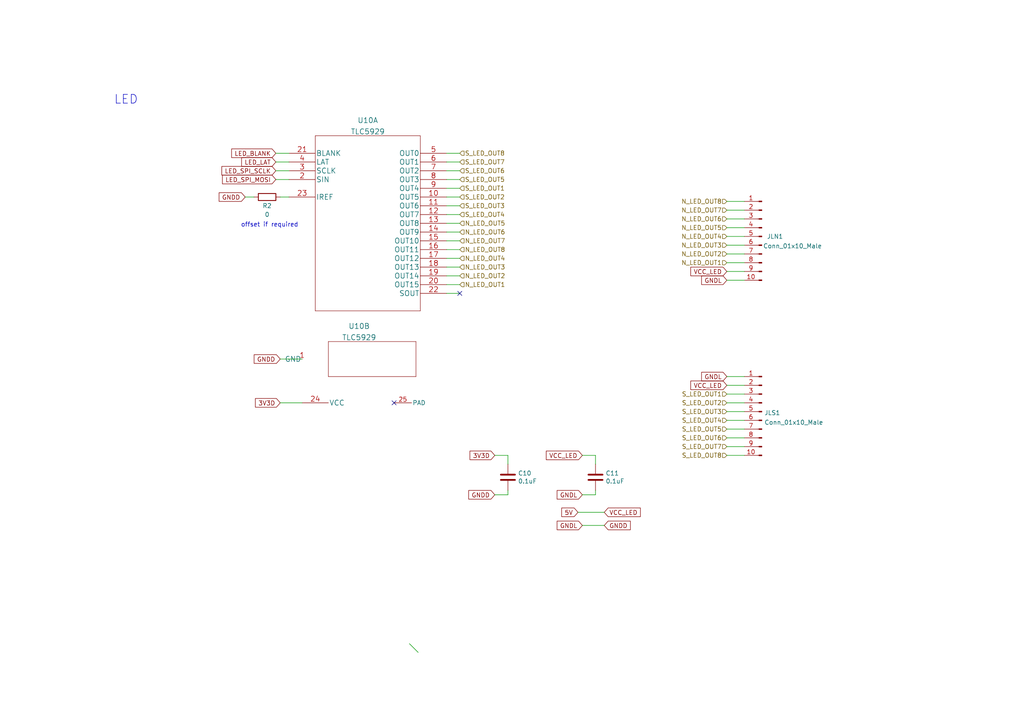
<source format=kicad_sch>
(kicad_sch (version 20211123) (generator eeschema)
  (paper "A4")
  (lib_symbols
    (symbol "Connector:Conn_01x10_Male" (pin_names (offset 1.016) hide)
      (property "Reference" "J" (at 0 12.7 0))
      (property "Value" "Conn_01x10_Male" (at 0 -15.24 0))
      (symbol "Conn_01x10_Male_1_1"
        (polyline (pts (xy 1.27 -12.7) (xy 0.8636 -12.7)) (stroke (width 0.1524)))
        (polyline (pts (xy 1.27 -10.16) (xy 0.8636 -10.16)) (stroke (width 0.1524)))
        (polyline (pts (xy 1.27 -7.62) (xy 0.8636 -7.62)) (stroke (width 0.1524)))
        (polyline (pts (xy 1.27 -5.08) (xy 0.8636 -5.08)) (stroke (width 0.1524)))
        (polyline (pts (xy 1.27 -2.54) (xy 0.8636 -2.54)) (stroke (width 0.1524)))
        (polyline (pts (xy 1.27 0) (xy 0.8636 0)) (stroke (width 0.1524)))
        (polyline (pts (xy 1.27 2.54) (xy 0.8636 2.54)) (stroke (width 0.1524)))
        (polyline (pts (xy 1.27 5.08) (xy 0.8636 5.08)) (stroke (width 0.1524)))
        (polyline (pts (xy 1.27 7.62) (xy 0.8636 7.62)) (stroke (width 0.1524)))
        (polyline (pts (xy 1.27 10.16) (xy 0.8636 10.16)) (stroke (width 0.1524)))
        (rectangle (start 0.8636 -12.573) (end 0 -12.827) (stroke (width 0.1524)) (fill (type outline)))
        (rectangle (start 0.8636 -10.033) (end 0 -10.287) (stroke (width 0.1524)) (fill (type outline)))
        (rectangle (start 0.8636 -7.493) (end 0 -7.747) (stroke (width 0.1524)) (fill (type outline)))
        (rectangle (start 0.8636 -4.953) (end 0 -5.207) (stroke (width 0.1524)) (fill (type outline)))
        (rectangle (start 0.8636 -2.413) (end 0 -2.667) (stroke (width 0.1524)) (fill (type outline)))
        (rectangle (start 0.8636 0.127) (end 0 -0.127) (stroke (width 0.1524)) (fill (type outline)))
        (rectangle (start 0.8636 2.667) (end 0 2.413) (stroke (width 0.1524)) (fill (type outline)))
        (rectangle (start 0.8636 5.207) (end 0 4.953) (stroke (width 0.1524)) (fill (type outline)))
        (rectangle (start 0.8636 7.747) (end 0 7.493) (stroke (width 0.1524)) (fill (type outline)))
        (rectangle (start 0.8636 10.287) (end 0 10.033) (stroke (width 0.1524)) (fill (type outline)))
        (pin passive line (at 5.08 10.16 180) (length 3.81) (name "Pin_1") (number "1"))
        (pin passive line (at 5.08 -12.7 180) (length 3.81) (name "Pin_10") (number "10"))
        (pin passive line (at 5.08 7.62 180) (length 3.81) (name "Pin_2") (number "2"))
        (pin passive line (at 5.08 5.08 180) (length 3.81) (name "Pin_3") (number "3"))
        (pin passive line (at 5.08 2.54 180) (length 3.81) (name "Pin_4") (number "4"))
        (pin passive line (at 5.08 0 180) (length 3.81) (name "Pin_5") (number "5"))
        (pin passive line (at 5.08 -2.54 180) (length 3.81) (name "Pin_6") (number "6"))
        (pin passive line (at 5.08 -5.08 180) (length 3.81) (name "Pin_7") (number "7"))
        (pin passive line (at 5.08 -7.62 180) (length 3.81) (name "Pin_8") (number "8"))
        (pin passive line (at 5.08 -10.16 180) (length 3.81) (name "Pin_9") (number "9"))
      )
    )
    (symbol "Device:C" (pin_numbers hide) (pin_names (offset 0.254))
      (property "Reference" "C" (at 0.635 2.54 0))
      (property "Value" "C" (at 0.635 -2.54 0))
      (symbol "C_0_1"
        (polyline (pts (xy -2.032 -0.762) (xy 2.032 -0.762)) (stroke (width 0.508)))
        (polyline (pts (xy -2.032 0.762) (xy 2.032 0.762)) (stroke (width 0.508)))
      )
      (symbol "C_1_1"
        (pin passive line (at 0 3.81 270) (length 2.794) (name "~") (number "1"))
        (pin passive line (at 0 -3.81 90) (length 2.794) (name "~") (number "2"))
      )
    )
    (symbol "Device:R" (pin_numbers hide) (pin_names (offset 0))
      (property "Reference" "R" (at 2.032 0 90))
      (property "Value" "R" (at 0 0 90))
      (symbol "R_0_1"
        (rectangle (start -1.016 -2.54) (end 1.016 2.54) (stroke (width 0.254)))
      )
      (symbol "R_1_1"
        (pin passive line (at 0 3.81 270) (length 1.27) (name "~") (number "1"))
        (pin passive line (at 0 -3.81 90) (length 1.27) (name "~") (number "2"))
      )
    )
    (symbol "Ninja-qPCR:TLC5929" (pin_names (offset 0.254))
      (property "Reference" "U" (at 22.86 10.16 0))
      (property "Value" "TLC5929" (at 22.86 7.62 0))
      (symbol "TLC5929_1_1"
        (polyline (pts (xy 7.62 -45.72) (xy 38.1 -45.72)) (stroke (width 0.127)))
        (polyline (pts (xy 7.62 5.08) (xy 7.62 -45.72)) (stroke (width 0.127)))
        (polyline (pts (xy 38.1 -45.72) (xy 38.1 5.08)) (stroke (width 0.127)))
        (polyline (pts (xy 38.1 5.08) (xy 7.62 5.08)) (stroke (width 0.127)))
        (pin output line (at 45.72 -12.7 180) (length 7.62) (name "OUT5") (number "10"))
        (pin output line (at 45.72 -15.24 180) (length 7.62) (name "OUT6") (number "11"))
        (pin output line (at 45.72 -17.78 180) (length 7.62) (name "OUT7") (number "12"))
        (pin output line (at 45.72 -20.32 180) (length 7.62) (name "OUT8") (number "13"))
        (pin output line (at 45.72 -22.86 180) (length 7.62) (name "OUT9") (number "14"))
        (pin output line (at 45.72 -25.4 180) (length 7.62) (name "OUT10") (number "15"))
        (pin output line (at 45.72 -27.94 180) (length 7.62) (name "OUT11") (number "16"))
        (pin output line (at 45.72 -30.48 180) (length 7.62) (name "OUT12") (number "17"))
        (pin output line (at 45.72 -33.02 180) (length 7.62) (name "OUT13") (number "18"))
        (pin output line (at 45.72 -35.56 180) (length 7.62) (name "OUT14") (number "19"))
        (pin input line (at 0 -7.62 0) (length 7.62) (name "SIN") (number "2"))
        (pin output line (at 45.72 -38.1 180) (length 7.62) (name "OUT15") (number "20"))
        (pin input line (at 0 0 0) (length 7.62) (name "BLANK") (number "21"))
        (pin output line (at 45.72 -40.64 180) (length 7.62) (name "SOUT") (number "22"))
        (pin bidirectional line (at 0 -12.7 0) (length 7.62) (name "IREF") (number "23"))
        (pin input line (at 0 -5.08 0) (length 7.62) (name "SCLK") (number "3"))
        (pin input line (at 0 -2.54 0) (length 7.62) (name "LAT") (number "4"))
        (pin output line (at 45.72 0 180) (length 7.62) (name "OUT0") (number "5"))
        (pin output line (at 45.72 -2.54 180) (length 7.62) (name "OUT1") (number "6"))
        (pin output line (at 45.72 -5.08 180) (length 7.62) (name "OUT2") (number "7"))
        (pin output line (at 45.72 -7.62 180) (length 7.62) (name "OUT3") (number "8"))
        (pin output line (at 45.72 -10.16 180) (length 7.62) (name "OUT4") (number "9"))
      )
      (symbol "TLC5929_2_1"
        (polyline (pts (xy 7.62 -5.08) (xy 33.02 -5.08)) (stroke (width 0.127)))
        (polyline (pts (xy 7.62 5.08) (xy 7.62 -5.08)) (stroke (width 0.127)))
        (polyline (pts (xy 33.02 -5.08) (xy 33.02 5.08)) (stroke (width 0.127)))
        (polyline (pts (xy 33.02 5.08) (xy 7.62 5.08)) (stroke (width 0.127)))
        (pin power_in line (at 0 0 180) (length 0) (name "GND") (number "1"))
        (pin power_in line (at 0 -12.7 0) (length 7.62) (name "VCC") (number "24"))
      )
    )
    (symbol "TLC5929_1" (pin_names (offset 0.254))
      (property "Reference" "U" (at 22.86 10.16 0))
      (property "Value" "TLC5929_1" (at 22.86 7.62 0))
      (symbol "TLC5929_1_1_1"
        (polyline (pts (xy 7.62 -45.72) (xy 38.1 -45.72)) (stroke (width 0.127)))
        (polyline (pts (xy 7.62 5.08) (xy 7.62 -45.72)) (stroke (width 0.127)))
        (polyline (pts (xy 38.1 -45.72) (xy 38.1 5.08)) (stroke (width 0.127)))
        (polyline (pts (xy 38.1 5.08) (xy 7.62 5.08)) (stroke (width 0.127)))
        (pin output line (at 45.72 -12.7 180) (length 7.62) (name "OUT5") (number "10"))
        (pin output line (at 45.72 -15.24 180) (length 7.62) (name "OUT6") (number "11"))
        (pin output line (at 45.72 -17.78 180) (length 7.62) (name "OUT7") (number "12"))
        (pin output line (at 45.72 -20.32 180) (length 7.62) (name "OUT8") (number "13"))
        (pin output line (at 45.72 -22.86 180) (length 7.62) (name "OUT9") (number "14"))
        (pin output line (at 45.72 -25.4 180) (length 7.62) (name "OUT10") (number "15"))
        (pin output line (at 45.72 -27.94 180) (length 7.62) (name "OUT11") (number "16"))
        (pin output line (at 45.72 -30.48 180) (length 7.62) (name "OUT12") (number "17"))
        (pin output line (at 45.72 -33.02 180) (length 7.62) (name "OUT13") (number "18"))
        (pin output line (at 45.72 -35.56 180) (length 7.62) (name "OUT14") (number "19"))
        (pin input line (at 0 -7.62 0) (length 7.62) (name "SIN") (number "2"))
        (pin output line (at 45.72 -38.1 180) (length 7.62) (name "OUT15") (number "20"))
        (pin input line (at 0 0 0) (length 7.62) (name "BLANK") (number "21"))
        (pin output line (at 45.72 -40.64 180) (length 7.62) (name "SOUT") (number "22"))
        (pin bidirectional line (at 0 -12.7 0) (length 7.62) (name "IREF") (number "23"))
        (pin input line (at 26.67 -12.7 0) (length 5.08) (name "PAD") (number "25-UA"))
        (pin input line (at 0 -5.08 0) (length 7.62) (name "SCLK") (number "3"))
        (pin input line (at 0 -2.54 0) (length 7.62) (name "LAT") (number "4"))
        (pin output line (at 45.72 0 180) (length 7.62) (name "OUT0") (number "5"))
        (pin output line (at 45.72 -2.54 180) (length 7.62) (name "OUT1") (number "6"))
        (pin output line (at 45.72 -5.08 180) (length 7.62) (name "OUT2") (number "7"))
        (pin output line (at 45.72 -7.62 180) (length 7.62) (name "OUT3") (number "8"))
        (pin output line (at 45.72 -10.16 180) (length 7.62) (name "OUT4") (number "9"))
      )
      (symbol "TLC5929_1_2_1"
        (polyline (pts (xy 7.62 -5.08) (xy 33.02 -5.08)) (stroke (width 0.127)))
        (polyline (pts (xy 7.62 5.08) (xy 7.62 -5.08)) (stroke (width 0.127)))
        (polyline (pts (xy 33.02 -5.08) (xy 33.02 5.08)) (stroke (width 0.127)))
        (polyline (pts (xy 33.02 5.08) (xy 7.62 5.08)) (stroke (width 0.127)))
        (pin power_in line (at 0 0 180) (length 0) (name "GND") (number "1"))
        (pin power_in line (at 0 -12.7 0) (length 7.62) (name "VCC") (number "24"))
        (pin input line (at 26.67 -12.7 0) (length 5.08) (name "PAD") (number "25"))
      )
    )
  )
  (no_connect (at 114.3 116.84))
  (no_connect (at 133.35 85.09))
  (bus_entry (at 118.745 186.69) (size 2.54 2.54))
  (wire (pts (xy 147.32 134.62) (xy 147.32 132.08)))
  (wire (pts (xy 129.54 64.77) (xy 133.35 64.77)))
  (wire (pts (xy 129.54 59.69) (xy 133.35 59.69)))
  (wire (pts (xy 215.9 121.92) (xy 210.82 121.92)))
  (wire (pts (xy 129.54 49.53) (xy 133.35 49.53)))
  (wire (pts (xy 168.91 152.4) (xy 175.26 152.4)))
  (wire (pts (xy 215.9 81.28) (xy 210.82 81.28)))
  (wire (pts (xy 129.54 54.61) (xy 133.35 54.61)))
  (wire (pts (xy 168.91 143.51) (xy 172.72 143.51)))
  (wire (pts (xy 81.28 116.84) (xy 87.63 116.84)))
  (wire (pts (xy 80.01 52.07) (xy 83.82 52.07)))
  (wire (pts (xy 215.9 111.76) (xy 210.82 111.76)))
  (wire (pts (xy 80.01 44.45) (xy 83.82 44.45)))
  (wire (pts (xy 215.9 73.66) (xy 210.82 73.66)))
  (wire (pts (xy 80.01 49.53) (xy 83.82 49.53)))
  (wire (pts (xy 215.9 124.46) (xy 210.82 124.46)))
  (wire (pts (xy 129.54 80.01) (xy 133.35 80.01)))
  (wire (pts (xy 147.32 143.51) (xy 147.32 142.24)))
  (wire (pts (xy 129.54 62.23) (xy 133.35 62.23)))
  (wire (pts (xy 215.9 78.74) (xy 210.82 78.74)))
  (wire (pts (xy 215.9 71.12) (xy 210.82 71.12)))
  (wire (pts (xy 129.54 69.85) (xy 133.35 69.85)))
  (wire (pts (xy 71.12 57.15) (xy 73.66 57.15)))
  (wire (pts (xy 215.9 119.38) (xy 210.82 119.38)))
  (wire (pts (xy 215.9 58.42) (xy 210.82 58.42)))
  (wire (pts (xy 215.9 60.96) (xy 210.82 60.96)))
  (wire (pts (xy 129.54 57.15) (xy 133.35 57.15)))
  (wire (pts (xy 143.51 143.51) (xy 147.32 143.51)))
  (wire (pts (xy 81.28 104.14) (xy 87.63 104.14)))
  (wire (pts (xy 129.54 44.45) (xy 133.35 44.45)))
  (wire (pts (xy 129.54 52.07) (xy 133.35 52.07)))
  (wire (pts (xy 129.54 74.93) (xy 133.35 74.93)))
  (wire (pts (xy 215.9 132.08) (xy 210.82 132.08)))
  (wire (pts (xy 215.9 109.22) (xy 210.82 109.22)))
  (wire (pts (xy 215.9 114.3) (xy 210.82 114.3)))
  (wire (pts (xy 168.91 132.08) (xy 172.72 132.08)))
  (wire (pts (xy 167.64 148.59) (xy 175.26 148.59)))
  (wire (pts (xy 129.54 46.99) (xy 133.35 46.99)))
  (wire (pts (xy 129.54 72.39) (xy 133.35 72.39)))
  (wire (pts (xy 215.9 116.84) (xy 210.82 116.84)))
  (wire (pts (xy 129.54 77.47) (xy 133.35 77.47)))
  (wire (pts (xy 83.82 57.15) (xy 81.28 57.15)))
  (wire (pts (xy 215.9 76.2) (xy 210.82 76.2)))
  (wire (pts (xy 215.9 129.54) (xy 210.82 129.54)))
  (wire (pts (xy 129.54 85.09) (xy 133.35 85.09)))
  (wire (pts (xy 147.32 132.08) (xy 143.51 132.08)))
  (wire (pts (xy 215.9 68.58) (xy 210.82 68.58)))
  (wire (pts (xy 172.72 143.51) (xy 172.72 142.24)))
  (wire (pts (xy 215.9 127) (xy 210.82 127)))
  (wire (pts (xy 129.54 67.31) (xy 133.35 67.31)))
  (wire (pts (xy 129.54 82.55) (xy 133.35 82.55)))
  (wire (pts (xy 215.9 66.04) (xy 210.82 66.04)))
  (wire (pts (xy 215.9 63.5) (xy 210.82 63.5)))
  (wire (pts (xy 172.72 132.08) (xy 172.72 134.62)))
  (wire (pts (xy 80.01 46.99) (xy 83.82 46.99)))
  (text "offset if required" (at 69.85 66.04 0) (effects (font (size 1.27 1.27)) (justify left bottom)))
  (text "LED" (at 33.02 30.48 0) (effects (font (size 2.54 2.54)) (justify left bottom)))
  (global_label "VCC_LED" (shape input) (at 168.91 132.08 180) (property "Intersheet References" "${INTERSHEET_REFS}" (effects hide)))
  (global_label "LED_BLANK" (shape input) (at 80.01 44.45 180) (property "Intersheet References" "${INTERSHEET_REFS}" (effects hide)))
  (global_label "GNDL" (shape input) (at 168.91 143.51 180) (property "Intersheet References" "${INTERSHEET_REFS}" (effects hide)))
  (global_label "VCC_LED" (shape input) (at 175.26 148.59 0) (property "Intersheet References" "${INTERSHEET_REFS}" (effects hide)))
  (global_label "GNDL" (shape input) (at 168.91 152.4 180) (property "Intersheet References" "${INTERSHEET_REFS}" (effects hide)))
  (global_label "LED_SPI_SCLK" (shape input) (at 80.01 49.53 180) (property "Intersheet References" "${INTERSHEET_REFS}" (effects hide)))
  (global_label "LED_SPI_MOSI" (shape input) (at 80.01 52.07 180) (property "Intersheet References" "${INTERSHEET_REFS}" (effects hide)))
  (global_label "GNDL" (shape input) (at 210.82 81.28 180) (property "Intersheet References" "${INTERSHEET_REFS}" (effects hide)))
  (global_label "GNDD" (shape input) (at 81.28 104.14 180) (property "Intersheet References" "${INTERSHEET_REFS}" (effects hide)))
  (global_label "5V" (shape input) (at 167.64 148.59 180) (property "Intersheet References" "${INTERSHEET_REFS}" (effects hide)))
  (global_label "GNDD" (shape input) (at 175.26 152.4 0) (property "Intersheet References" "${INTERSHEET_REFS}" (effects hide)))
  (global_label "GNDD" (shape input) (at 143.51 143.51 180) (property "Intersheet References" "${INTERSHEET_REFS}" (effects hide)))
  (global_label "3V3D" (shape input) (at 143.51 132.08 180) (property "Intersheet References" "${INTERSHEET_REFS}" (effects hide)))
  (global_label "VCC_LED" (shape input) (at 210.82 78.74 180) (property "Intersheet References" "${INTERSHEET_REFS}" (effects hide)))
  (global_label "LED_LAT" (shape input) (at 80.01 46.99 180) (property "Intersheet References" "${INTERSHEET_REFS}" (effects hide)))
  (global_label "GNDL" (shape input) (at 210.82 109.22 180) (property "Intersheet References" "${INTERSHEET_REFS}" (effects hide)))
  (global_label "GNDD" (shape input) (at 71.12 57.15 180) (property "Intersheet References" "${INTERSHEET_REFS}" (effects hide)))
  (global_label "3V3D" (shape input) (at 81.28 116.84 180) (property "Intersheet References" "${INTERSHEET_REFS}" (effects hide)))
  (global_label "VCC_LED" (shape input) (at 210.82 111.76 180) (property "Intersheet References" "${INTERSHEET_REFS}" (effects hide)))
  (hierarchical_label "N_LED_OUT1" (shape input) (at 133.35 82.55 0))
  (hierarchical_label "S_LED_OUT1" (shape input) (at 133.35 54.61 0))
  (hierarchical_label "N_LED_OUT8" (shape input) (at 210.82 58.42 180))
  (hierarchical_label "S_LED_OUT2" (shape input) (at 133.35 57.15 0))
  (hierarchical_label "S_LED_OUT5" (shape input) (at 210.82 124.46 180))
  (hierarchical_label "S_LED_OUT8" (shape input) (at 133.35 44.45 0))
  (hierarchical_label "N_LED_OUT2" (shape input) (at 210.82 73.66 180))
  (hierarchical_label "S_LED_OUT6" (shape input) (at 210.82 127 180))
  (hierarchical_label "N_LED_OUT5" (shape input) (at 210.82 66.04 180))
  (hierarchical_label "N_LED_OUT8" (shape input) (at 133.35 72.39 0))
  (hierarchical_label "N_LED_OUT2" (shape input) (at 133.35 80.01 0))
  (hierarchical_label "S_LED_OUT3" (shape input) (at 210.82 119.38 180))
  (hierarchical_label "N_LED_OUT3" (shape input) (at 133.35 77.47 0))
  (hierarchical_label "S_LED_OUT7" (shape input) (at 210.82 129.54 180))
  (hierarchical_label "N_LED_OUT6" (shape input) (at 210.82 63.5 180))
  (hierarchical_label "S_LED_OUT1" (shape input) (at 210.82 114.3 180))
  (hierarchical_label "S_LED_OUT4" (shape input) (at 210.82 121.92 180))
  (hierarchical_label "N_LED_OUT3" (shape input) (at 210.82 71.12 180))
  (hierarchical_label "S_LED_OUT4" (shape input) (at 133.35 62.23 0))
  (hierarchical_label "S_LED_OUT8" (shape input) (at 210.82 132.08 180))
  (hierarchical_label "S_LED_OUT6" (shape input) (at 133.35 49.53 0))
  (hierarchical_label "S_LED_OUT3" (shape input) (at 133.35 59.69 0))
  (hierarchical_label "N_LED_OUT1" (shape input) (at 210.82 76.2 180))
  (hierarchical_label "N_LED_OUT4" (shape input) (at 210.82 68.58 180))
  (hierarchical_label "N_LED_OUT5" (shape input) (at 133.35 64.77 0))
  (hierarchical_label "S_LED_OUT5" (shape input) (at 133.35 52.07 0))
  (hierarchical_label "S_LED_OUT2" (shape input) (at 210.82 116.84 180))
  (hierarchical_label "N_LED_OUT4" (shape input) (at 133.35 74.93 0))
  (hierarchical_label "S_LED_OUT7" (shape input) (at 133.35 46.99 0))
  (hierarchical_label "N_LED_OUT7" (shape input) (at 210.82 60.96 180))
  (hierarchical_label "N_LED_OUT7" (shape input) (at 133.35 69.85 0))
  (hierarchical_label "N_LED_OUT6" (shape input) (at 133.35 67.31 0))
  (symbol (lib_id "Device:C") (at 147.32 138.43 0) (unit 1)
    (property "Reference" "C10" (at 150.241 137.2616 0) (effects (justify left)))
    (property "Value" "0.1uF" (at 150.241 139.573 0) (effects (justify left)))
    (property "Footprint" "Capacitor_SMD:C_0603_1608Metric" (effects hide))
  )
  (symbol (lib_id "Device:C") (at 172.72 138.43 0) (unit 1)
    (property "Reference" "C11" (at 175.641 137.2616 0) (effects (justify left)))
    (property "Value" "0.1uF" (at 175.641 139.573 0) (effects (justify left)))
    (property "Footprint" "Capacitor_SMD:C_0603_1608Metric" (effects hide))
  )
  (symbol (lib_name "TLC5929_1") (lib_id "Ninja-qPCR:TLC5929") (at 87.63 104.14 0) (unit 2)
    (property "Reference" "U10" (at 104.1717 94.5925 0) (effects (font (size 1.524 1.524))))
    (property "Value" "TLC5929" (at 104.1717 97.8715 0) (effects (font (size 1.524 1.524))))
    (property "Footprint" "Package_SO:HTSSOP-24-1EP_4.4x7.8mm_P0.65mm_EP3.4x7.8mm_Mask2.4x4.68mm_ThermalVias" (effects hide))
  )
  (symbol (lib_id "Ninja-qPCR:TLC5929") (at 83.82 44.45 0) (unit 1)
    (property "Reference" "U10" (at 106.68 34.9026 0) (effects (font (size 1.524 1.524))))
    (property "Value" "TLC5929" (at 106.68 38.1816 0) (effects (font (size 1.524 1.524))))
    (property "Footprint" "Package_SO:HTSSOP-24-1EP_4.4x7.8mm_P0.65mm_EP3.4x7.8mm_Mask2.4x4.68mm_ThermalVias" (effects hide))
  )
  (symbol (lib_id "Connector:Conn_01x10_Male") (at 220.98 68.58 0) (mirror y) (unit 1)
    (property "Reference" "JLN1" (at 224.79 68.58 0))
    (property "Value" "Conn_01x10_Male" (at 229.87 71.3551 0))
    (property "Footprint" "Connector_PinHeader_2.54mm:PinHeader_1x10_P2.54mm_Vertical" (effects hide))
  )
  (symbol (lib_id "Connector:Conn_01x10_Male") (at 220.98 119.38 0) (mirror y) (unit 1)
    (property "Reference" "JLS1" (at 221.6912 119.7415 0) (effects (justify right)))
    (property "Value" "Conn_01x10_Male" (at 221.6912 122.5166 0) (effects (justify right)))
    (property "Footprint" "Connector_PinHeader_2.54mm:PinHeader_1x10_P2.54mm_Vertical" (effects hide))
  )
  (symbol (lib_id "Device:R") (at 77.47 57.15 270) (unit 1)
    (property "Reference" "R2" (at 77.47 59.69 90))
    (property "Value" "0" (at 77.47 62.23 90))
    (property "Footprint" "Resistor_SMD:R_0603_1608Metric" (effects hide))
  )
)
</source>
